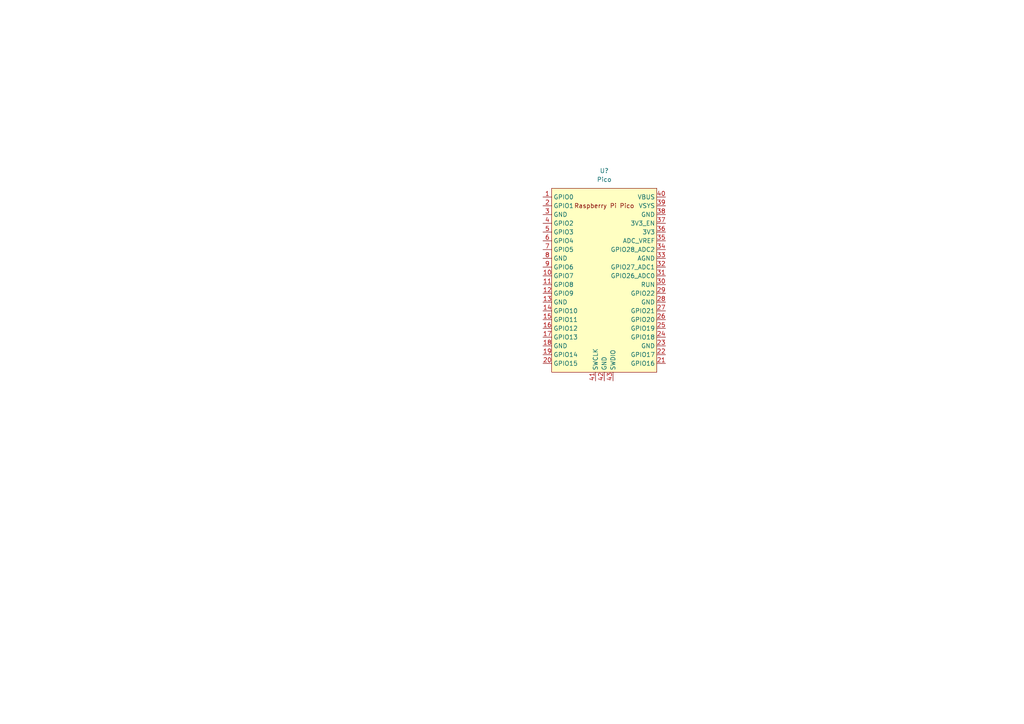
<source format=kicad_sch>
(kicad_sch (version 20211123) (generator eeschema)

  (uuid 3430b159-5069-45fa-b36b-1cd9489f28c2)

  (paper "A4")

  (lib_symbols
    (symbol "MCU_RaspberryPi_and_Boards:Pico" (in_bom yes) (on_board yes)
      (property "Reference" "U" (id 0) (at -13.97 27.94 0)
        (effects (font (size 1.27 1.27)))
      )
      (property "Value" "Pico" (id 1) (at 0 19.05 0)
        (effects (font (size 1.27 1.27)))
      )
      (property "Footprint" "RPi_Pico:RPi_Pico_SMD_TH" (id 2) (at 0 0 90)
        (effects (font (size 1.27 1.27)) hide)
      )
      (property "Datasheet" "" (id 3) (at 0 0 0)
        (effects (font (size 1.27 1.27)) hide)
      )
      (symbol "Pico_0_0"
        (text "Raspberry Pi Pico" (at 0 21.59 0)
          (effects (font (size 1.27 1.27)))
        )
      )
      (symbol "Pico_0_1"
        (rectangle (start -15.24 26.67) (end 15.24 -26.67)
          (stroke (width 0) (type default) (color 0 0 0 0))
          (fill (type background))
        )
      )
      (symbol "Pico_1_1"
        (pin bidirectional line (at -17.78 24.13 0) (length 2.54)
          (name "GPIO0" (effects (font (size 1.27 1.27))))
          (number "1" (effects (font (size 1.27 1.27))))
        )
        (pin bidirectional line (at -17.78 1.27 0) (length 2.54)
          (name "GPIO7" (effects (font (size 1.27 1.27))))
          (number "10" (effects (font (size 1.27 1.27))))
        )
        (pin bidirectional line (at -17.78 -1.27 0) (length 2.54)
          (name "GPIO8" (effects (font (size 1.27 1.27))))
          (number "11" (effects (font (size 1.27 1.27))))
        )
        (pin bidirectional line (at -17.78 -3.81 0) (length 2.54)
          (name "GPIO9" (effects (font (size 1.27 1.27))))
          (number "12" (effects (font (size 1.27 1.27))))
        )
        (pin power_in line (at -17.78 -6.35 0) (length 2.54)
          (name "GND" (effects (font (size 1.27 1.27))))
          (number "13" (effects (font (size 1.27 1.27))))
        )
        (pin bidirectional line (at -17.78 -8.89 0) (length 2.54)
          (name "GPIO10" (effects (font (size 1.27 1.27))))
          (number "14" (effects (font (size 1.27 1.27))))
        )
        (pin bidirectional line (at -17.78 -11.43 0) (length 2.54)
          (name "GPIO11" (effects (font (size 1.27 1.27))))
          (number "15" (effects (font (size 1.27 1.27))))
        )
        (pin bidirectional line (at -17.78 -13.97 0) (length 2.54)
          (name "GPIO12" (effects (font (size 1.27 1.27))))
          (number "16" (effects (font (size 1.27 1.27))))
        )
        (pin bidirectional line (at -17.78 -16.51 0) (length 2.54)
          (name "GPIO13" (effects (font (size 1.27 1.27))))
          (number "17" (effects (font (size 1.27 1.27))))
        )
        (pin power_in line (at -17.78 -19.05 0) (length 2.54)
          (name "GND" (effects (font (size 1.27 1.27))))
          (number "18" (effects (font (size 1.27 1.27))))
        )
        (pin bidirectional line (at -17.78 -21.59 0) (length 2.54)
          (name "GPIO14" (effects (font (size 1.27 1.27))))
          (number "19" (effects (font (size 1.27 1.27))))
        )
        (pin bidirectional line (at -17.78 21.59 0) (length 2.54)
          (name "GPIO1" (effects (font (size 1.27 1.27))))
          (number "2" (effects (font (size 1.27 1.27))))
        )
        (pin bidirectional line (at -17.78 -24.13 0) (length 2.54)
          (name "GPIO15" (effects (font (size 1.27 1.27))))
          (number "20" (effects (font (size 1.27 1.27))))
        )
        (pin bidirectional line (at 17.78 -24.13 180) (length 2.54)
          (name "GPIO16" (effects (font (size 1.27 1.27))))
          (number "21" (effects (font (size 1.27 1.27))))
        )
        (pin bidirectional line (at 17.78 -21.59 180) (length 2.54)
          (name "GPIO17" (effects (font (size 1.27 1.27))))
          (number "22" (effects (font (size 1.27 1.27))))
        )
        (pin power_in line (at 17.78 -19.05 180) (length 2.54)
          (name "GND" (effects (font (size 1.27 1.27))))
          (number "23" (effects (font (size 1.27 1.27))))
        )
        (pin bidirectional line (at 17.78 -16.51 180) (length 2.54)
          (name "GPIO18" (effects (font (size 1.27 1.27))))
          (number "24" (effects (font (size 1.27 1.27))))
        )
        (pin bidirectional line (at 17.78 -13.97 180) (length 2.54)
          (name "GPIO19" (effects (font (size 1.27 1.27))))
          (number "25" (effects (font (size 1.27 1.27))))
        )
        (pin bidirectional line (at 17.78 -11.43 180) (length 2.54)
          (name "GPIO20" (effects (font (size 1.27 1.27))))
          (number "26" (effects (font (size 1.27 1.27))))
        )
        (pin bidirectional line (at 17.78 -8.89 180) (length 2.54)
          (name "GPIO21" (effects (font (size 1.27 1.27))))
          (number "27" (effects (font (size 1.27 1.27))))
        )
        (pin power_in line (at 17.78 -6.35 180) (length 2.54)
          (name "GND" (effects (font (size 1.27 1.27))))
          (number "28" (effects (font (size 1.27 1.27))))
        )
        (pin bidirectional line (at 17.78 -3.81 180) (length 2.54)
          (name "GPIO22" (effects (font (size 1.27 1.27))))
          (number "29" (effects (font (size 1.27 1.27))))
        )
        (pin power_in line (at -17.78 19.05 0) (length 2.54)
          (name "GND" (effects (font (size 1.27 1.27))))
          (number "3" (effects (font (size 1.27 1.27))))
        )
        (pin input line (at 17.78 -1.27 180) (length 2.54)
          (name "RUN" (effects (font (size 1.27 1.27))))
          (number "30" (effects (font (size 1.27 1.27))))
        )
        (pin bidirectional line (at 17.78 1.27 180) (length 2.54)
          (name "GPIO26_ADC0" (effects (font (size 1.27 1.27))))
          (number "31" (effects (font (size 1.27 1.27))))
        )
        (pin bidirectional line (at 17.78 3.81 180) (length 2.54)
          (name "GPIO27_ADC1" (effects (font (size 1.27 1.27))))
          (number "32" (effects (font (size 1.27 1.27))))
        )
        (pin power_in line (at 17.78 6.35 180) (length 2.54)
          (name "AGND" (effects (font (size 1.27 1.27))))
          (number "33" (effects (font (size 1.27 1.27))))
        )
        (pin bidirectional line (at 17.78 8.89 180) (length 2.54)
          (name "GPIO28_ADC2" (effects (font (size 1.27 1.27))))
          (number "34" (effects (font (size 1.27 1.27))))
        )
        (pin power_in line (at 17.78 11.43 180) (length 2.54)
          (name "ADC_VREF" (effects (font (size 1.27 1.27))))
          (number "35" (effects (font (size 1.27 1.27))))
        )
        (pin power_in line (at 17.78 13.97 180) (length 2.54)
          (name "3V3" (effects (font (size 1.27 1.27))))
          (number "36" (effects (font (size 1.27 1.27))))
        )
        (pin input line (at 17.78 16.51 180) (length 2.54)
          (name "3V3_EN" (effects (font (size 1.27 1.27))))
          (number "37" (effects (font (size 1.27 1.27))))
        )
        (pin bidirectional line (at 17.78 19.05 180) (length 2.54)
          (name "GND" (effects (font (size 1.27 1.27))))
          (number "38" (effects (font (size 1.27 1.27))))
        )
        (pin power_in line (at 17.78 21.59 180) (length 2.54)
          (name "VSYS" (effects (font (size 1.27 1.27))))
          (number "39" (effects (font (size 1.27 1.27))))
        )
        (pin bidirectional line (at -17.78 16.51 0) (length 2.54)
          (name "GPIO2" (effects (font (size 1.27 1.27))))
          (number "4" (effects (font (size 1.27 1.27))))
        )
        (pin power_in line (at 17.78 24.13 180) (length 2.54)
          (name "VBUS" (effects (font (size 1.27 1.27))))
          (number "40" (effects (font (size 1.27 1.27))))
        )
        (pin input line (at -2.54 -29.21 90) (length 2.54)
          (name "SWCLK" (effects (font (size 1.27 1.27))))
          (number "41" (effects (font (size 1.27 1.27))))
        )
        (pin power_in line (at 0 -29.21 90) (length 2.54)
          (name "GND" (effects (font (size 1.27 1.27))))
          (number "42" (effects (font (size 1.27 1.27))))
        )
        (pin bidirectional line (at 2.54 -29.21 90) (length 2.54)
          (name "SWDIO" (effects (font (size 1.27 1.27))))
          (number "43" (effects (font (size 1.27 1.27))))
        )
        (pin bidirectional line (at -17.78 13.97 0) (length 2.54)
          (name "GPIO3" (effects (font (size 1.27 1.27))))
          (number "5" (effects (font (size 1.27 1.27))))
        )
        (pin bidirectional line (at -17.78 11.43 0) (length 2.54)
          (name "GPIO4" (effects (font (size 1.27 1.27))))
          (number "6" (effects (font (size 1.27 1.27))))
        )
        (pin bidirectional line (at -17.78 8.89 0) (length 2.54)
          (name "GPIO5" (effects (font (size 1.27 1.27))))
          (number "7" (effects (font (size 1.27 1.27))))
        )
        (pin power_in line (at -17.78 6.35 0) (length 2.54)
          (name "GND" (effects (font (size 1.27 1.27))))
          (number "8" (effects (font (size 1.27 1.27))))
        )
        (pin bidirectional line (at -17.78 3.81 0) (length 2.54)
          (name "GPIO6" (effects (font (size 1.27 1.27))))
          (number "9" (effects (font (size 1.27 1.27))))
        )
      )
    )
  )


  (symbol (lib_id "MCU_RaspberryPi_and_Boards:Pico") (at 175.26 81.28 0) (unit 1)
    (in_bom yes) (on_board yes) (fields_autoplaced)
    (uuid 6f9b89a4-3bb0-4944-af2a-cfc5e387198f)
    (property "Reference" "U?" (id 0) (at 175.26 49.53 0))
    (property "Value" "Pico" (id 1) (at 175.26 52.07 0))
    (property "Footprint" "RPi_Pico:RPi_Pico_SMD_TH" (id 2) (at 175.26 81.28 90)
      (effects (font (size 1.27 1.27)) hide)
    )
    (property "Datasheet" "" (id 3) (at 175.26 81.28 0)
      (effects (font (size 1.27 1.27)) hide)
    )
    (pin "1" (uuid 06501db4-f4b8-4dbf-8c36-62daf11c5831))
    (pin "10" (uuid d48b8e37-271a-4a1a-8999-a87ae75469b9))
    (pin "11" (uuid a15ddb91-9080-4b29-9e49-5a5e4301b769))
    (pin "12" (uuid 0f6ec72c-7dfd-4ef7-b182-9816ebe97ade))
    (pin "13" (uuid 539244fa-e161-41fe-a01c-427e85b38411))
    (pin "14" (uuid 32b687a7-f97f-4ffa-a232-016b52314b26))
    (pin "15" (uuid 62f25bfd-c3ec-455a-ab1a-3ce63c8a7ba5))
    (pin "16" (uuid 43edd922-2a73-4cdd-ab5f-aa309e8d5e0e))
    (pin "17" (uuid 5dfc2f43-5943-4a27-b805-5743c671f4ac))
    (pin "18" (uuid bbfb149c-0b6d-4d8e-8a40-83cd4e54b004))
    (pin "19" (uuid d48da3f3-9fab-4fd2-bbed-01b147cdf544))
    (pin "2" (uuid efe2284b-4d5e-44e1-abd2-afc5d9c93968))
    (pin "20" (uuid 786fd045-59b5-40aa-bf93-74231a30e75d))
    (pin "21" (uuid 376f7db3-d30a-4f62-a6d3-1c992f20f091))
    (pin "22" (uuid a82c2b57-c9e7-44d4-b003-3bd45671c67d))
    (pin "23" (uuid e9cc7205-0c27-4ba0-8354-5e3bb1de38f6))
    (pin "24" (uuid cbcbdbda-bb88-4ebd-a8d7-2ba4d5876f70))
    (pin "25" (uuid debed4e6-7a30-4f13-b7a1-5daba9c5f496))
    (pin "26" (uuid f482ec4b-3ccb-414e-bf31-84949e2b8ff0))
    (pin "27" (uuid cdb55573-908c-4e11-b042-b6a08d4766cc))
    (pin "28" (uuid cb1bb5fb-7dc4-4d8a-9227-48ad9006a596))
    (pin "29" (uuid 1913b420-1449-4368-b3a5-c412af28ff13))
    (pin "3" (uuid 2532dcbf-501f-4203-ae78-e5249ef280f1))
    (pin "30" (uuid 5dc82942-fdc3-4f4d-8861-40d02bf05405))
    (pin "31" (uuid e868612e-b9e6-48ed-b8a2-97383bff52c7))
    (pin "32" (uuid 053573bf-e436-4e73-94c1-fb6e718ed1e3))
    (pin "33" (uuid 356f8a25-39e9-41b9-85b7-20e7305b28b1))
    (pin "34" (uuid fe0d297a-9039-4845-a42a-8e5ed85fe4e2))
    (pin "35" (uuid b8abb78d-f6ab-4c37-9a4f-d5d20aa907a4))
    (pin "36" (uuid 1bca9208-6634-44e5-b6eb-15844a218bf7))
    (pin "37" (uuid 9edc20fb-812c-486b-9b74-8a95c51b302b))
    (pin "38" (uuid 77efef51-c919-4d37-b4bd-d9718a25d490))
    (pin "39" (uuid ff1828b0-1b04-400a-963c-51e2f291a077))
    (pin "4" (uuid b8714151-3a8a-41d3-9b1d-aeb2845a39ef))
    (pin "40" (uuid e733ca72-e37b-4d56-bee5-ab56dcc258a4))
    (pin "41" (uuid ba755151-2806-43d5-8db3-0f12d5a621d2))
    (pin "42" (uuid 0694499d-813d-4550-84b6-fc3836554860))
    (pin "43" (uuid 7fa22b86-a913-46c4-af5a-a542f12d07ac))
    (pin "5" (uuid 3dd97753-a704-4732-9b9e-6aaa7a6814d4))
    (pin "6" (uuid 69b7ed41-6904-489c-a0b7-737745889d8a))
    (pin "7" (uuid 8499d3ee-aee3-48f8-869e-2c3c74ccfbb1))
    (pin "8" (uuid 1d4b2dbd-ef82-4e5f-9379-99b508cda839))
    (pin "9" (uuid 56c99ffb-5c0f-4ef2-aeea-08772e8dcf52))
  )

  (sheet_instances
    (path "/" (page "1"))
  )

  (symbol_instances
    (path "/6f9b89a4-3bb0-4944-af2a-cfc5e387198f"
      (reference "U?") (unit 1) (value "Pico") (footprint "RPi_Pico:RPi_Pico_SMD_TH")
    )
  )
)

</source>
